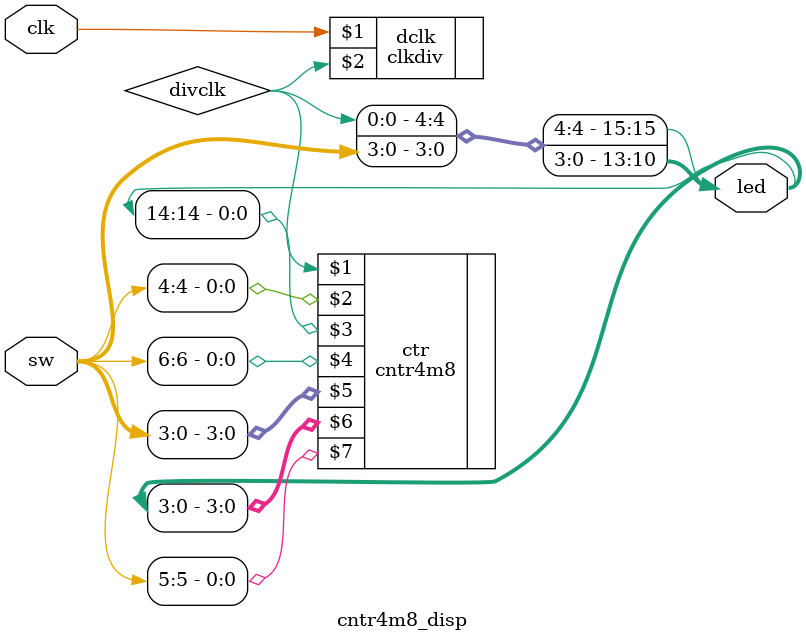
<source format=v>
`timescale 1ns / 1ps


module cntr4m8_disp(

    clk,led,sw
    );
    input clk;
    input [6:0] sw;
    output [15:0] led;
    wire divclk;
    assign led[15] = divclk;
    assign led[13:10] = sw[3:0];
    clkdiv dclk(clk,divclk);
    cntr4m8 ctr(divclk, sw[4], led[14], sw[6], sw[3:0], led[3:0], sw[5]);
endmodule

</source>
